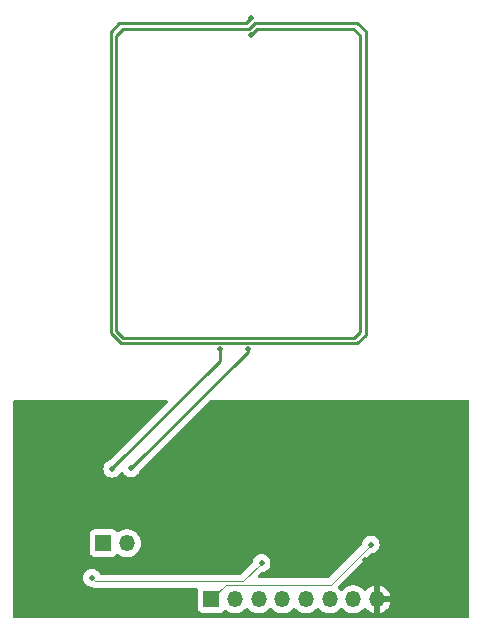
<source format=gbl>
G04 #@! TF.GenerationSoftware,KiCad,Pcbnew,7.0.9*
G04 #@! TF.CreationDate,2024-04-03T14:27:43+02:00*
G04 #@! TF.ProjectId,NFC_Programmer,4e46435f-5072-46f6-9772-616d6d65722e,3.0*
G04 #@! TF.SameCoordinates,Original*
G04 #@! TF.FileFunction,Copper,L2,Bot*
G04 #@! TF.FilePolarity,Positive*
%FSLAX46Y46*%
G04 Gerber Fmt 4.6, Leading zero omitted, Abs format (unit mm)*
G04 Created by KiCad (PCBNEW 7.0.9) date 2024-04-03 14:27:43*
%MOMM*%
%LPD*%
G01*
G04 APERTURE LIST*
G04 #@! TA.AperFunction,ComponentPad*
%ADD10R,1.350000X1.350000*%
G04 #@! TD*
G04 #@! TA.AperFunction,ComponentPad*
%ADD11O,1.350000X1.350000*%
G04 #@! TD*
G04 #@! TA.AperFunction,ViaPad*
%ADD12C,0.360000*%
G04 #@! TD*
G04 #@! TA.AperFunction,ViaPad*
%ADD13C,0.500000*%
G04 #@! TD*
G04 #@! TA.AperFunction,Conductor*
%ADD14C,0.100000*%
G04 #@! TD*
G04 #@! TA.AperFunction,Conductor*
%ADD15C,0.250000*%
G04 #@! TD*
G04 APERTURE END LIST*
D10*
X128530000Y-103060000D03*
D11*
X130530000Y-103060000D03*
D10*
X137670000Y-107810000D03*
D11*
X139670000Y-107810000D03*
X141670000Y-107810000D03*
X143670000Y-107810000D03*
X145670000Y-107810000D03*
X147670000Y-107810000D03*
X149670000Y-107810000D03*
X151670000Y-107810000D03*
D12*
X159130000Y-95860000D03*
X128970000Y-104540000D03*
X157940000Y-91280000D03*
X131870000Y-105550000D03*
X124300000Y-91250000D03*
X125190000Y-98820000D03*
X127340000Y-91240000D03*
X157250000Y-91280000D03*
X129940000Y-105570000D03*
X142640000Y-109210000D03*
X135120000Y-99770000D03*
X150620000Y-109150000D03*
X121160000Y-98970000D03*
X122870000Y-109150000D03*
X154830000Y-109120000D03*
D13*
X134251582Y-95601582D03*
D12*
X126460000Y-94700000D03*
X144350000Y-91290000D03*
X159080000Y-104020000D03*
X155130000Y-94450000D03*
X129220000Y-91250000D03*
X125190000Y-98210000D03*
X130030000Y-109160000D03*
X134590000Y-100240000D03*
X148440000Y-92230000D03*
X150480000Y-99510000D03*
X154370000Y-97580000D03*
X153610000Y-106680000D03*
X155400000Y-109120000D03*
X123600000Y-91240000D03*
X133980000Y-97190000D03*
X159130000Y-96470000D03*
X121160000Y-92260000D03*
X152660000Y-97670000D03*
X134390000Y-102190000D03*
X154960000Y-93780000D03*
X125860000Y-109180000D03*
X121170000Y-91560000D03*
X141860000Y-91280000D03*
X121120000Y-108950000D03*
X148700000Y-91290000D03*
X158550000Y-91280000D03*
X125740000Y-97180000D03*
X121130000Y-106460000D03*
X132560000Y-101260000D03*
X137450000Y-95930000D03*
X159120000Y-92860000D03*
X127700000Y-104640000D03*
X143780000Y-91290000D03*
X124910000Y-108130000D03*
X148000000Y-91280000D03*
X121160000Y-92870000D03*
X151917606Y-102411550D03*
X152920000Y-91280000D03*
X147701096Y-92221952D03*
X149280000Y-92220000D03*
X159090000Y-99740000D03*
X139410000Y-91290000D03*
X159090000Y-101530000D03*
X132820000Y-105550000D03*
X131290000Y-109180000D03*
X133790000Y-101240000D03*
X153610000Y-108460000D03*
X151890000Y-97650000D03*
X159130000Y-95290000D03*
X130870000Y-105570000D03*
X131960000Y-102880000D03*
X134340000Y-103100000D03*
X128320000Y-104550000D03*
X125250000Y-109180000D03*
X127520000Y-92500000D03*
X127740000Y-109160000D03*
X159120000Y-98960000D03*
X126610000Y-96460000D03*
X131630000Y-104040000D03*
X158390000Y-109150000D03*
X121130000Y-104670000D03*
X152310000Y-91280000D03*
X126670000Y-92870000D03*
X126440000Y-93840000D03*
X140680000Y-91280000D03*
X156070000Y-91280000D03*
D13*
X136870000Y-101310000D03*
D12*
X150460000Y-100300000D03*
X140020000Y-91290000D03*
X153450000Y-97640000D03*
X134950000Y-98240000D03*
X154170000Y-109120000D03*
X151364342Y-91970000D03*
X135077887Y-95174346D03*
X155410000Y-91290000D03*
X159080000Y-107150000D03*
X123410000Y-109150000D03*
X159090000Y-105270000D03*
X136980000Y-95110000D03*
X128330000Y-92550000D03*
X153140000Y-106270000D03*
X134360000Y-103950000D03*
X150470000Y-98680000D03*
X148720000Y-109150000D03*
X121160000Y-94050000D03*
X121810000Y-91240000D03*
D13*
X142620000Y-93280000D03*
D12*
X131010000Y-91250000D03*
X121690000Y-109150000D03*
X149880000Y-91290000D03*
X125480000Y-91250000D03*
X128310000Y-109160000D03*
X153610000Y-107250000D03*
X127050000Y-102380000D03*
X127910000Y-91240000D03*
X156550000Y-109120000D03*
X153600000Y-109120000D03*
X131820000Y-109180000D03*
X151460000Y-104220000D03*
X124910000Y-107590000D03*
X150530000Y-100960000D03*
X134950000Y-96480000D03*
X136540000Y-95870000D03*
X153540000Y-92730000D03*
X131960000Y-101650000D03*
X121130000Y-105850000D03*
X155130000Y-95290000D03*
X126400000Y-109180000D03*
X130430000Y-104500000D03*
X125760000Y-106200000D03*
X159080000Y-107760000D03*
X124910000Y-106980000D03*
X127050000Y-104100000D03*
X124910000Y-106410000D03*
X133540000Y-91240000D03*
X159090000Y-104660000D03*
X152060000Y-103740000D03*
X128800000Y-105570000D03*
X121120000Y-107160000D03*
X131160000Y-104360000D03*
X121120000Y-108340000D03*
X135620000Y-95890000D03*
X156010000Y-109120000D03*
X132850000Y-91240000D03*
X159130000Y-94680000D03*
X127050000Y-102950000D03*
X121130000Y-100360000D03*
X152220000Y-103020000D03*
X121120000Y-102240000D03*
X152310000Y-106410000D03*
X121160000Y-93440000D03*
X126970000Y-109180000D03*
X151740000Y-91280000D03*
X125190000Y-99360000D03*
X121130000Y-101540000D03*
X159120000Y-93430000D03*
X159090000Y-100920000D03*
X126670000Y-97160000D03*
X128970000Y-92080000D03*
D13*
X150700000Y-104480000D03*
D12*
X159080000Y-108330000D03*
X129460000Y-109160000D03*
X122420000Y-91240000D03*
X159120000Y-97780000D03*
X126540000Y-105870000D03*
X131780000Y-102240000D03*
X121160000Y-98360000D03*
X133530000Y-96280000D03*
X159090000Y-106450000D03*
X121130000Y-105280000D03*
X121120000Y-104030000D03*
X146820000Y-91280000D03*
X134300000Y-104700000D03*
X129780000Y-104480000D03*
X159130000Y-91550000D03*
X132280000Y-91240000D03*
X136100000Y-101660000D03*
X157120000Y-109120000D03*
X130400000Y-91250000D03*
X128520000Y-91240000D03*
X125670000Y-100350000D03*
X159080000Y-108940000D03*
X159120000Y-97170000D03*
X133210000Y-96990000D03*
X142470000Y-91280000D03*
X154800000Y-91290000D03*
X147200000Y-91900000D03*
X122990000Y-91240000D03*
X125190000Y-99930000D03*
X145600000Y-91280000D03*
X128920000Y-109160000D03*
X151070000Y-98110000D03*
X149310000Y-91290000D03*
X121130000Y-99750000D03*
X124910000Y-91250000D03*
X152170000Y-91820000D03*
X157820000Y-109150000D03*
X154230000Y-91290000D03*
X151130000Y-91280000D03*
X159090000Y-105840000D03*
X129830000Y-91250000D03*
X146210000Y-91280000D03*
X123980000Y-109150000D03*
X136900000Y-100290000D03*
X134960000Y-99050000D03*
X159090000Y-100350000D03*
X131670000Y-91240000D03*
X127100000Y-101690000D03*
X136100000Y-95140000D03*
X122260000Y-109150000D03*
X146740000Y-109170000D03*
X127050000Y-103560000D03*
X126090000Y-91250000D03*
X159120000Y-98350000D03*
X147390000Y-91280000D03*
X121170000Y-95300000D03*
X126130000Y-100790000D03*
X134890000Y-97330000D03*
X136100000Y-99920000D03*
X121160000Y-97180000D03*
X130670000Y-109180000D03*
X126610000Y-101210000D03*
X121120000Y-107770000D03*
X121170000Y-95870000D03*
X149880000Y-91890000D03*
X144960000Y-91290000D03*
X121120000Y-102850000D03*
X151124464Y-102010199D03*
X159080000Y-102230000D03*
X121120000Y-103420000D03*
X143170000Y-91290000D03*
X124910000Y-108700000D03*
X159120000Y-94040000D03*
X144710000Y-109150000D03*
X134250000Y-100770000D03*
X121130000Y-100930000D03*
X153420000Y-92190000D03*
X155210000Y-96260000D03*
D13*
X137990000Y-95230000D03*
D12*
X121170000Y-96480000D03*
X150570000Y-101750000D03*
X156680000Y-91280000D03*
X125190000Y-97640000D03*
X135130000Y-101710000D03*
X126700000Y-105300000D03*
X159080000Y-102840000D03*
X153610000Y-107890000D03*
X154390000Y-93370000D03*
X153620000Y-91290000D03*
X159120000Y-92250000D03*
X150680000Y-105400000D03*
D13*
X125870000Y-95560000D03*
D12*
X121160000Y-97790000D03*
X150700000Y-106280000D03*
X121170000Y-94690000D03*
X152140000Y-109230000D03*
D13*
X141500000Y-97570000D03*
D12*
X127050000Y-104670000D03*
X155050000Y-97220000D03*
X128250000Y-105320000D03*
X124680000Y-109180000D03*
X159080000Y-103410000D03*
X141290000Y-91280000D03*
X153610000Y-93260000D03*
X133840000Y-105540000D03*
X133130000Y-101260000D03*
X152870000Y-91870000D03*
X134500000Y-105420000D03*
X150690000Y-91810000D03*
X151510000Y-106310000D03*
X132400000Y-109200000D03*
X150490000Y-91290000D03*
X126730000Y-91240000D03*
X131940000Y-103530000D03*
D13*
X151160000Y-103180000D03*
X127550000Y-105990000D03*
X141910000Y-104760000D03*
X140740000Y-86620000D03*
X141040000Y-58560000D03*
X141040000Y-60000000D03*
X138400000Y-86620000D03*
X130850000Y-96740000D03*
X129280000Y-96770000D03*
D14*
X147770000Y-106570000D02*
X138910000Y-106570000D01*
X151160000Y-103180000D02*
X147770000Y-106570000D01*
X138910000Y-106570000D02*
X137670000Y-107810000D01*
X141910000Y-104760000D02*
X140380000Y-106290000D01*
X127850000Y-106290000D02*
X127550000Y-105990000D01*
X140380000Y-106290000D02*
X127850000Y-106290000D01*
D15*
X130000000Y-86140000D02*
X129150000Y-85290000D01*
X129150000Y-85290000D02*
X129150000Y-59770000D01*
X150240000Y-60080000D02*
X150240000Y-85190000D01*
X129880000Y-59040000D02*
X140560000Y-59040000D01*
X129630000Y-60110000D02*
X130220000Y-59520000D01*
X150240000Y-85190000D02*
X149770000Y-85660000D01*
X140730000Y-86630000D02*
X140740000Y-86620000D01*
X129280000Y-96720941D02*
X129280000Y-96770000D01*
X140870000Y-59520000D02*
X141350000Y-59040000D01*
X141520000Y-59520000D02*
X149680000Y-59520000D01*
X141350000Y-59040000D02*
X150030000Y-59040000D01*
X150030000Y-86140000D02*
X130000000Y-86140000D01*
X150030000Y-59040000D02*
X150720000Y-59730000D01*
X130220000Y-85660000D02*
X129630000Y-85070000D01*
X140730000Y-86860000D02*
X140730000Y-86630000D01*
X138400000Y-87600941D02*
X138400000Y-86620000D01*
X150720000Y-59730000D02*
X150720000Y-85450000D01*
X141040000Y-60000000D02*
X141520000Y-59520000D01*
X138400000Y-87600941D02*
X129280000Y-96720941D01*
X140560000Y-59040000D02*
X141040000Y-58560000D01*
X130220000Y-59520000D02*
X140870000Y-59520000D01*
X129150000Y-59770000D02*
X129880000Y-59040000D01*
X149680000Y-59520000D02*
X150240000Y-60080000D01*
X129630000Y-85070000D02*
X129630000Y-60110000D01*
X149770000Y-85660000D02*
X130220000Y-85660000D01*
X140730000Y-86860000D02*
X130850000Y-96740000D01*
X150720000Y-85450000D02*
X150030000Y-86140000D01*
G04 #@! TA.AperFunction,Conductor*
G36*
X133924027Y-90979685D02*
G01*
X133969782Y-91032489D01*
X133979726Y-91101647D01*
X133950701Y-91165203D01*
X133944669Y-91171681D01*
X129086915Y-96029433D01*
X129040190Y-96058793D01*
X128952308Y-96089544D01*
X128952300Y-96089548D01*
X128809115Y-96179518D01*
X128809109Y-96179523D01*
X128689523Y-96299109D01*
X128689518Y-96299115D01*
X128599547Y-96442302D01*
X128599545Y-96442305D01*
X128543685Y-96601943D01*
X128524751Y-96769997D01*
X128524751Y-96770002D01*
X128543685Y-96938056D01*
X128599545Y-97097694D01*
X128599547Y-97097697D01*
X128689518Y-97240884D01*
X128689523Y-97240890D01*
X128809109Y-97360476D01*
X128809115Y-97360481D01*
X128952302Y-97450452D01*
X128952305Y-97450454D01*
X128952309Y-97450455D01*
X128952310Y-97450456D01*
X129024913Y-97475860D01*
X129111943Y-97506314D01*
X129279997Y-97525249D01*
X129280000Y-97525249D01*
X129280003Y-97525249D01*
X129448056Y-97506314D01*
X129479678Y-97495249D01*
X129607690Y-97450456D01*
X129607692Y-97450454D01*
X129607694Y-97450454D01*
X129607697Y-97450452D01*
X129750884Y-97360481D01*
X129750885Y-97360480D01*
X129750890Y-97360477D01*
X129870477Y-97240890D01*
X129870481Y-97240884D01*
X129960449Y-97097702D01*
X129960450Y-97097698D01*
X129960456Y-97097690D01*
X129960459Y-97097680D01*
X129962005Y-97094472D01*
X129963565Y-97092743D01*
X129964162Y-97091794D01*
X129964328Y-97091898D01*
X130008826Y-97042611D01*
X130076252Y-97024295D01*
X130142877Y-97045340D01*
X130178721Y-97082296D01*
X130259521Y-97210888D01*
X130379109Y-97330476D01*
X130379115Y-97330481D01*
X130522302Y-97420452D01*
X130522305Y-97420454D01*
X130522309Y-97420455D01*
X130522310Y-97420456D01*
X130594913Y-97445860D01*
X130681943Y-97476314D01*
X130849997Y-97495249D01*
X130850000Y-97495249D01*
X130850003Y-97495249D01*
X131018056Y-97476314D01*
X131091954Y-97450456D01*
X131177690Y-97420456D01*
X131177692Y-97420454D01*
X131177694Y-97420454D01*
X131177697Y-97420452D01*
X131320884Y-97330481D01*
X131320885Y-97330480D01*
X131320890Y-97330477D01*
X131440477Y-97210890D01*
X131511598Y-97097702D01*
X131530452Y-97067697D01*
X131530455Y-97067692D01*
X131530456Y-97067690D01*
X131586313Y-96908059D01*
X131586313Y-96908054D01*
X131587613Y-96904341D01*
X131616972Y-96857616D01*
X137478271Y-90996318D01*
X137539594Y-90962834D01*
X137565952Y-90960000D01*
X159390500Y-90960000D01*
X159457539Y-90979685D01*
X159503294Y-91032489D01*
X159514500Y-91084000D01*
X159514500Y-109310500D01*
X159494815Y-109377539D01*
X159442011Y-109423294D01*
X159390500Y-109434500D01*
X120989500Y-109434500D01*
X120922461Y-109414815D01*
X120876706Y-109362011D01*
X120865500Y-109310500D01*
X120865500Y-105990002D01*
X126794751Y-105990002D01*
X126813685Y-106158056D01*
X126869545Y-106317694D01*
X126869547Y-106317697D01*
X126959518Y-106460884D01*
X126959523Y-106460890D01*
X127079109Y-106580476D01*
X127079115Y-106580481D01*
X127222302Y-106670452D01*
X127222308Y-106670455D01*
X127222310Y-106670456D01*
X127381941Y-106726313D01*
X127503517Y-106740011D01*
X127564560Y-106764428D01*
X127577658Y-106774361D01*
X127594353Y-106780944D01*
X127613290Y-106790351D01*
X127628618Y-106799672D01*
X127671247Y-106811616D01*
X127677263Y-106813639D01*
X127718436Y-106829876D01*
X127736287Y-106831711D01*
X127757052Y-106835657D01*
X127774335Y-106840500D01*
X127818594Y-106840500D01*
X127824935Y-106840824D01*
X127868972Y-106845352D01*
X127886656Y-106842303D01*
X127907724Y-106840500D01*
X136392068Y-106840500D01*
X136459107Y-106860185D01*
X136504862Y-106912989D01*
X136514806Y-106982147D01*
X136508251Y-107007831D01*
X136500908Y-107027517D01*
X136494501Y-107087116D01*
X136494500Y-107087135D01*
X136494500Y-108532870D01*
X136494501Y-108532876D01*
X136500908Y-108592483D01*
X136551202Y-108727328D01*
X136551206Y-108727335D01*
X136637452Y-108842544D01*
X136637455Y-108842547D01*
X136752664Y-108928793D01*
X136752671Y-108928797D01*
X136887517Y-108979091D01*
X136887516Y-108979091D01*
X136894444Y-108979835D01*
X136947127Y-108985500D01*
X138392872Y-108985499D01*
X138452483Y-108979091D01*
X138587331Y-108928796D01*
X138702546Y-108842546D01*
X138764785Y-108759404D01*
X138820718Y-108717535D01*
X138890410Y-108712551D01*
X138947588Y-108742078D01*
X138958568Y-108752088D01*
X138958570Y-108752089D01*
X138958571Y-108752090D01*
X139143786Y-108866770D01*
X139143792Y-108866773D01*
X139166664Y-108875633D01*
X139346931Y-108945470D01*
X139561074Y-108985500D01*
X139561076Y-108985500D01*
X139778924Y-108985500D01*
X139778926Y-108985500D01*
X139993069Y-108945470D01*
X140196210Y-108866772D01*
X140381432Y-108752088D01*
X140542427Y-108605322D01*
X140571047Y-108567422D01*
X140627153Y-108525787D01*
X140696865Y-108521094D01*
X140758048Y-108554836D01*
X140768946Y-108567414D01*
X140797573Y-108605322D01*
X140958568Y-108752088D01*
X140958575Y-108752092D01*
X140958576Y-108752093D01*
X141143786Y-108866770D01*
X141143792Y-108866773D01*
X141166664Y-108875633D01*
X141346931Y-108945470D01*
X141561074Y-108985500D01*
X141561076Y-108985500D01*
X141778924Y-108985500D01*
X141778926Y-108985500D01*
X141993069Y-108945470D01*
X142196210Y-108866772D01*
X142381432Y-108752088D01*
X142542427Y-108605322D01*
X142571047Y-108567422D01*
X142627153Y-108525787D01*
X142696865Y-108521094D01*
X142758048Y-108554836D01*
X142768946Y-108567414D01*
X142797573Y-108605322D01*
X142958568Y-108752088D01*
X142958575Y-108752092D01*
X142958576Y-108752093D01*
X143143786Y-108866770D01*
X143143792Y-108866773D01*
X143166664Y-108875633D01*
X143346931Y-108945470D01*
X143561074Y-108985500D01*
X143561076Y-108985500D01*
X143778924Y-108985500D01*
X143778926Y-108985500D01*
X143993069Y-108945470D01*
X144196210Y-108866772D01*
X144381432Y-108752088D01*
X144542427Y-108605322D01*
X144571047Y-108567422D01*
X144627153Y-108525787D01*
X144696865Y-108521094D01*
X144758048Y-108554836D01*
X144768946Y-108567414D01*
X144797573Y-108605322D01*
X144958568Y-108752088D01*
X144958575Y-108752092D01*
X144958576Y-108752093D01*
X145143786Y-108866770D01*
X145143792Y-108866773D01*
X145166664Y-108875633D01*
X145346931Y-108945470D01*
X145561074Y-108985500D01*
X145561076Y-108985500D01*
X145778924Y-108985500D01*
X145778926Y-108985500D01*
X145993069Y-108945470D01*
X146196210Y-108866772D01*
X146381432Y-108752088D01*
X146542427Y-108605322D01*
X146571047Y-108567422D01*
X146627153Y-108525787D01*
X146696865Y-108521094D01*
X146758048Y-108554836D01*
X146768946Y-108567414D01*
X146797573Y-108605322D01*
X146958568Y-108752088D01*
X146958575Y-108752092D01*
X146958576Y-108752093D01*
X147143786Y-108866770D01*
X147143792Y-108866773D01*
X147166664Y-108875633D01*
X147346931Y-108945470D01*
X147561074Y-108985500D01*
X147561076Y-108985500D01*
X147778924Y-108985500D01*
X147778926Y-108985500D01*
X147993069Y-108945470D01*
X148196210Y-108866772D01*
X148381432Y-108752088D01*
X148542427Y-108605322D01*
X148571047Y-108567422D01*
X148627153Y-108525787D01*
X148696865Y-108521094D01*
X148758048Y-108554836D01*
X148768946Y-108567414D01*
X148797573Y-108605322D01*
X148958568Y-108752088D01*
X148958575Y-108752092D01*
X148958576Y-108752093D01*
X149143786Y-108866770D01*
X149143792Y-108866773D01*
X149166664Y-108875633D01*
X149346931Y-108945470D01*
X149561074Y-108985500D01*
X149561076Y-108985500D01*
X149778924Y-108985500D01*
X149778926Y-108985500D01*
X149993069Y-108945470D01*
X150196210Y-108866772D01*
X150381432Y-108752088D01*
X150542427Y-108605322D01*
X150571359Y-108567009D01*
X150627465Y-108525373D01*
X150697177Y-108520680D01*
X150758360Y-108554421D01*
X150769267Y-108567009D01*
X150797942Y-108604981D01*
X150797949Y-108604989D01*
X150958868Y-108751685D01*
X151144012Y-108866322D01*
X151144023Y-108866327D01*
X151347060Y-108944984D01*
X151420000Y-108958619D01*
X151420000Y-108125686D01*
X151431955Y-108137641D01*
X151544852Y-108195165D01*
X151638519Y-108210000D01*
X151701481Y-108210000D01*
X151795148Y-108195165D01*
X151908045Y-108137641D01*
X151920000Y-108125686D01*
X151920000Y-108958619D01*
X151992939Y-108944984D01*
X152195976Y-108866327D01*
X152195987Y-108866322D01*
X152381130Y-108751685D01*
X152381131Y-108751685D01*
X152542054Y-108604985D01*
X152673284Y-108431208D01*
X152770348Y-108236280D01*
X152820505Y-108060000D01*
X151985686Y-108060000D01*
X151997641Y-108048045D01*
X152055165Y-107935148D01*
X152074986Y-107810000D01*
X152055165Y-107684852D01*
X151997641Y-107571955D01*
X151985686Y-107560000D01*
X152820505Y-107560000D01*
X152820505Y-107559999D01*
X152770348Y-107383719D01*
X152673284Y-107188791D01*
X152542054Y-107015014D01*
X152381131Y-106868314D01*
X152195987Y-106753677D01*
X152195985Y-106753676D01*
X151992931Y-106675013D01*
X151992921Y-106675010D01*
X151920001Y-106661378D01*
X151920000Y-106661379D01*
X151920000Y-107494314D01*
X151908045Y-107482359D01*
X151795148Y-107424835D01*
X151701481Y-107410000D01*
X151638519Y-107410000D01*
X151544852Y-107424835D01*
X151431955Y-107482359D01*
X151420000Y-107494314D01*
X151420000Y-106661379D01*
X151419998Y-106661378D01*
X151347078Y-106675010D01*
X151347068Y-106675013D01*
X151144014Y-106753676D01*
X151144012Y-106753677D01*
X150958869Y-106868314D01*
X150958868Y-106868314D01*
X150797945Y-107015014D01*
X150769267Y-107052990D01*
X150713157Y-107094626D01*
X150643445Y-107099317D01*
X150582264Y-107065575D01*
X150571359Y-107052990D01*
X150562547Y-107041321D01*
X150542427Y-107014678D01*
X150381432Y-106867912D01*
X150381428Y-106867909D01*
X150381423Y-106867906D01*
X150196213Y-106753229D01*
X150196207Y-106753226D01*
X150111113Y-106720260D01*
X149993069Y-106674530D01*
X149778926Y-106634500D01*
X149561074Y-106634500D01*
X149346931Y-106674530D01*
X149298130Y-106693435D01*
X149143792Y-106753226D01*
X149143786Y-106753229D01*
X148958576Y-106867906D01*
X148958566Y-106867913D01*
X148797573Y-107014676D01*
X148768953Y-107052576D01*
X148712844Y-107094211D01*
X148643132Y-107098902D01*
X148581950Y-107065159D01*
X148571047Y-107052576D01*
X148542426Y-107014676D01*
X148408969Y-106893015D01*
X148372687Y-106833304D01*
X148374448Y-106763457D01*
X148404824Y-106713699D01*
X151155551Y-103962972D01*
X151216872Y-103929489D01*
X151229347Y-103927435D01*
X151328054Y-103916314D01*
X151328057Y-103916313D01*
X151328059Y-103916313D01*
X151487690Y-103860456D01*
X151487692Y-103860454D01*
X151487694Y-103860454D01*
X151487697Y-103860452D01*
X151630884Y-103770481D01*
X151630885Y-103770480D01*
X151630890Y-103770477D01*
X151750477Y-103650890D01*
X151840452Y-103507697D01*
X151840454Y-103507694D01*
X151840454Y-103507692D01*
X151840456Y-103507690D01*
X151896313Y-103348059D01*
X151896313Y-103348058D01*
X151896314Y-103348056D01*
X151915249Y-103180002D01*
X151915249Y-103179997D01*
X151896314Y-103011943D01*
X151840454Y-102852305D01*
X151840452Y-102852302D01*
X151750481Y-102709115D01*
X151750476Y-102709109D01*
X151630890Y-102589523D01*
X151630884Y-102589518D01*
X151487697Y-102499547D01*
X151487694Y-102499545D01*
X151328056Y-102443685D01*
X151160003Y-102424751D01*
X151159997Y-102424751D01*
X150991943Y-102443685D01*
X150832305Y-102499545D01*
X150832302Y-102499547D01*
X150689115Y-102589518D01*
X150689109Y-102589523D01*
X150569523Y-102709109D01*
X150569518Y-102709115D01*
X150479547Y-102852302D01*
X150479544Y-102852307D01*
X150423685Y-103011946D01*
X150412564Y-103110651D01*
X150385497Y-103175065D01*
X150377025Y-103184448D01*
X147578294Y-105983181D01*
X147516971Y-106016666D01*
X147490613Y-106019500D01*
X141728387Y-106019500D01*
X141661348Y-105999815D01*
X141615593Y-105947011D01*
X141605649Y-105877853D01*
X141634674Y-105814297D01*
X141640697Y-105807827D01*
X141905552Y-105542971D01*
X141966871Y-105509489D01*
X141979347Y-105507435D01*
X142078054Y-105496314D01*
X142078057Y-105496313D01*
X142078059Y-105496313D01*
X142237690Y-105440456D01*
X142237692Y-105440454D01*
X142237694Y-105440454D01*
X142237697Y-105440452D01*
X142380884Y-105350481D01*
X142380885Y-105350480D01*
X142380890Y-105350477D01*
X142500477Y-105230890D01*
X142590452Y-105087697D01*
X142590454Y-105087694D01*
X142590454Y-105087692D01*
X142590456Y-105087690D01*
X142646313Y-104928059D01*
X142646313Y-104928058D01*
X142646314Y-104928056D01*
X142665249Y-104760002D01*
X142665249Y-104759997D01*
X142646314Y-104591943D01*
X142590454Y-104432305D01*
X142590452Y-104432302D01*
X142500481Y-104289115D01*
X142500476Y-104289109D01*
X142380890Y-104169523D01*
X142380884Y-104169518D01*
X142237697Y-104079547D01*
X142237694Y-104079545D01*
X142078056Y-104023685D01*
X141910003Y-104004751D01*
X141909997Y-104004751D01*
X141741943Y-104023685D01*
X141582305Y-104079545D01*
X141582302Y-104079547D01*
X141439115Y-104169518D01*
X141439109Y-104169523D01*
X141319523Y-104289109D01*
X141319518Y-104289115D01*
X141229547Y-104432302D01*
X141229544Y-104432307D01*
X141173685Y-104591946D01*
X141162564Y-104690651D01*
X141135497Y-104755065D01*
X141127025Y-104764448D01*
X140188294Y-105703181D01*
X140126971Y-105736666D01*
X140100613Y-105739500D01*
X128345449Y-105739500D01*
X128278410Y-105719815D01*
X128233859Y-105668401D01*
X128233479Y-105668585D01*
X128232803Y-105667182D01*
X128232655Y-105667011D01*
X128232320Y-105666179D01*
X128230456Y-105662308D01*
X128140481Y-105519115D01*
X128140476Y-105519109D01*
X128020890Y-105399523D01*
X128020884Y-105399518D01*
X127877697Y-105309547D01*
X127877694Y-105309545D01*
X127718056Y-105253685D01*
X127550003Y-105234751D01*
X127549997Y-105234751D01*
X127381943Y-105253685D01*
X127222305Y-105309545D01*
X127222302Y-105309547D01*
X127079115Y-105399518D01*
X127079109Y-105399523D01*
X126959523Y-105519109D01*
X126959518Y-105519115D01*
X126869547Y-105662302D01*
X126869545Y-105662305D01*
X126813685Y-105821943D01*
X126794751Y-105989997D01*
X126794751Y-105990002D01*
X120865500Y-105990002D01*
X120865500Y-103782870D01*
X127354500Y-103782870D01*
X127354501Y-103782876D01*
X127360908Y-103842483D01*
X127411202Y-103977328D01*
X127411206Y-103977335D01*
X127497452Y-104092544D01*
X127497455Y-104092547D01*
X127612664Y-104178793D01*
X127612671Y-104178797D01*
X127747517Y-104229091D01*
X127747516Y-104229091D01*
X127754444Y-104229835D01*
X127807127Y-104235500D01*
X129252872Y-104235499D01*
X129312483Y-104229091D01*
X129447331Y-104178796D01*
X129562546Y-104092546D01*
X129624785Y-104009404D01*
X129680718Y-103967535D01*
X129750410Y-103962551D01*
X129807588Y-103992078D01*
X129818568Y-104002088D01*
X129818570Y-104002089D01*
X129818571Y-104002090D01*
X130003786Y-104116770D01*
X130003792Y-104116773D01*
X130026664Y-104125633D01*
X130206931Y-104195470D01*
X130421074Y-104235500D01*
X130421076Y-104235500D01*
X130638924Y-104235500D01*
X130638926Y-104235500D01*
X130853069Y-104195470D01*
X131056210Y-104116772D01*
X131241432Y-104002088D01*
X131402427Y-103855322D01*
X131533712Y-103681472D01*
X131630817Y-103486459D01*
X131690435Y-103276923D01*
X131710536Y-103060000D01*
X131690435Y-102843077D01*
X131630817Y-102633541D01*
X131533712Y-102438528D01*
X131402427Y-102264678D01*
X131375016Y-102239690D01*
X131285996Y-102158537D01*
X131241432Y-102117912D01*
X131241428Y-102117909D01*
X131241423Y-102117906D01*
X131056213Y-102003229D01*
X131056207Y-102003226D01*
X130971113Y-101970260D01*
X130853069Y-101924530D01*
X130638926Y-101884500D01*
X130421074Y-101884500D01*
X130206931Y-101924530D01*
X130163896Y-101941202D01*
X130003792Y-102003226D01*
X130003786Y-102003229D01*
X129818565Y-102117913D01*
X129807585Y-102127923D01*
X129744780Y-102158537D01*
X129675393Y-102150336D01*
X129624785Y-102110594D01*
X129598848Y-102075948D01*
X129562546Y-102027454D01*
X129562544Y-102027453D01*
X129562544Y-102027452D01*
X129447335Y-101941206D01*
X129447328Y-101941202D01*
X129312482Y-101890908D01*
X129312483Y-101890908D01*
X129252883Y-101884501D01*
X129252881Y-101884500D01*
X129252873Y-101884500D01*
X129252864Y-101884500D01*
X127807129Y-101884500D01*
X127807123Y-101884501D01*
X127747516Y-101890908D01*
X127612671Y-101941202D01*
X127612664Y-101941206D01*
X127497455Y-102027452D01*
X127497452Y-102027455D01*
X127411206Y-102142664D01*
X127411202Y-102142671D01*
X127360908Y-102277517D01*
X127354501Y-102337116D01*
X127354500Y-102337135D01*
X127354500Y-103782870D01*
X120865500Y-103782870D01*
X120865500Y-91084000D01*
X120885185Y-91016961D01*
X120937989Y-90971206D01*
X120989500Y-90960000D01*
X133856988Y-90960000D01*
X133924027Y-90979685D01*
G37*
G04 #@! TD.AperFunction*
M02*

</source>
